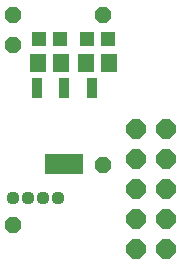
<source format=gbs>
G75*
%MOIN*%
%OFA0B0*%
%FSLAX25Y25*%
%IPPOS*%
%LPD*%
%AMOC8*
5,1,8,0,0,1.08239X$1,22.5*
%
%ADD10C,0.04400*%
%ADD11OC8,0.06400*%
%ADD12R,0.03700X0.06700*%
%ADD13R,0.12600X0.06700*%
%ADD14R,0.04534X0.04652*%
%ADD15R,0.05518X0.06306*%
%ADD16OC8,0.05600*%
D10*
X0009351Y0026984D03*
X0014351Y0026984D03*
X0019351Y0026984D03*
X0024351Y0026984D03*
D11*
X0050351Y0029984D03*
X0050351Y0019984D03*
X0050351Y0009984D03*
X0060351Y0009984D03*
X0060351Y0019984D03*
X0060351Y0029984D03*
X0060351Y0039984D03*
X0060351Y0049984D03*
X0050351Y0049984D03*
X0050351Y0039984D03*
D12*
X0035451Y0063584D03*
X0026351Y0063584D03*
X0017251Y0063584D03*
D13*
X0026351Y0038384D03*
D14*
X0024796Y0079984D03*
X0017906Y0079984D03*
X0033906Y0079984D03*
X0040796Y0079984D03*
D15*
X0041091Y0071984D03*
X0033611Y0071984D03*
X0025091Y0071984D03*
X0017611Y0071984D03*
D16*
X0009351Y0017984D03*
X0039351Y0037984D03*
X0009351Y0077984D03*
X0009351Y0087984D03*
X0039351Y0087984D03*
M02*

</source>
